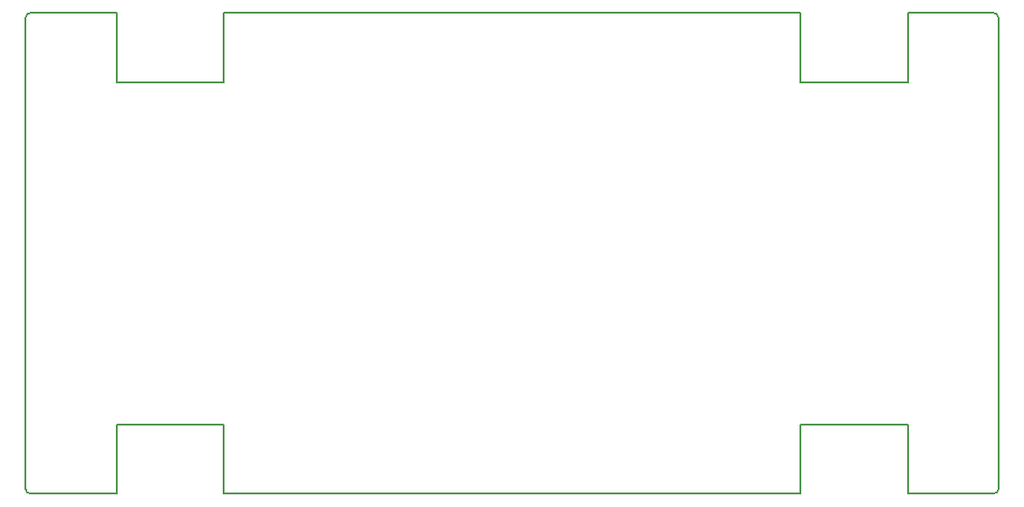
<source format=gbr>
%FSLAX34Y34*%
%MOMM*%
%LNOUTLINE*%
G71*
G01*
%ADD10C, 0.200*%
%LPD*%
G54D10*
X47400Y513650D02*
X127400Y513650D01*
X127400Y448650D01*
X227400Y448650D01*
X227400Y513650D01*
X767400Y513650D01*
X767400Y448650D01*
X867400Y448650D01*
X867400Y513650D01*
X947400Y513650D01*
G54D10*
X42400Y508650D02*
X42400Y68650D01*
G54D10*
G75*
G01X42400Y68650D02*
G03X47400Y63650I5000J0D01*
G01*
G54D10*
G75*
G01X47400Y513635D02*
G03X42400Y508635I0J-5000D01*
G01*
G54D10*
G75*
G01X952385Y508635D02*
G03X947385Y513635I-5000J0D01*
G01*
G54D10*
X47400Y63650D02*
X127400Y63650D01*
X127400Y128650D01*
X227400Y128650D01*
X227400Y63650D01*
X767400Y63650D01*
X767400Y128650D01*
X867400Y128650D01*
X867400Y63650D01*
X947400Y63650D01*
G54D10*
X952400Y508650D02*
X952400Y68650D01*
G54D10*
G75*
G01X947385Y63650D02*
G03X952385Y68650I0J5000D01*
G01*
M02*

</source>
